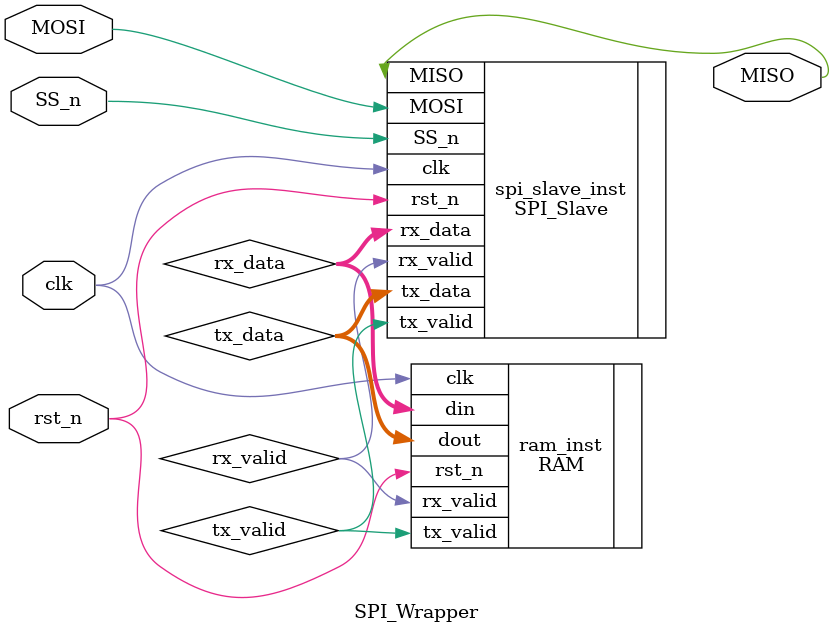
<source format=v>
module SPI_Wrapper(MOSI,SS_n, clk,rst_n,MISO);

parameter MEM_DEPTH = 256, ADDR_SIZE = 8;

input MOSI,SS_n, clk,rst_n;
output MISO;

wire [9:0] rx_data;
wire [7:0] tx_data;
wire tx_valid, rx_valid;

SPI_Slave #(.IDLE(3'b000), .CHK_CMD(3'b001), .WRITE(3'b010), 
    .READ_ADD(3'b011), .READ_DATA(3'b100)) spi_slave_inst (
    .clk(clk),
    .rst_n(rst_n),
    .SS_n(SS_n),
    .MOSI(MOSI),
    .tx_valid(tx_valid),
    .tx_data(tx_data),
    .rx_data(rx_data),
    .rx_valid(rx_valid),
    .MISO(MISO)
);

RAM #(.MEM_DEPTH(MEM_DEPTH), .ADDR_SIZE(ADDR_SIZE)) ram_inst (
    .clk(clk),
    .rst_n(rst_n),
    .rx_valid(rx_valid),
    .din(rx_data),
    .dout(tx_data),
    .tx_valid(tx_valid)
);
endmodule 
</source>
